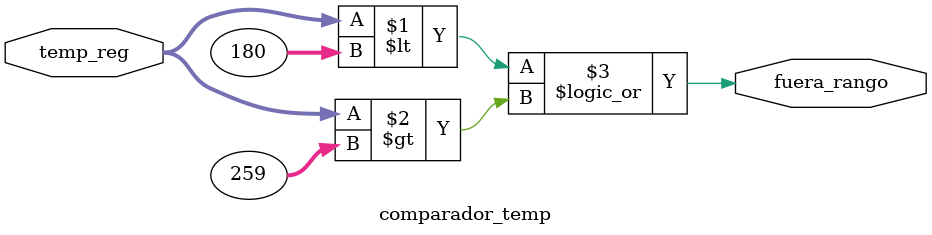
<source format=sv>
`timescale 1ns / 1ps

module comparador_temp(
    input logic signed [10:0] temp_reg,   // temperatura desde obtenida de modulo registro_temp
    output logic fuera_rango             // indicador fuera de rango normal
);

    // Parámetros de rango ya escalado
    parameter TEMP_BAJO = 180;   // 18°C se fija la temperatura como limite maximo para frio
    parameter TEMP_ALTO = 259;   // 25.9°C se fija la temperatura como limite maximo para alto

    // Comparación de la temperatura
    assign fuera_rango = (temp_reg < TEMP_BAJO) || (temp_reg > TEMP_ALTO); // devuelve si la temperatura registrada esta fuera de lo normal 

endmodule
</source>
